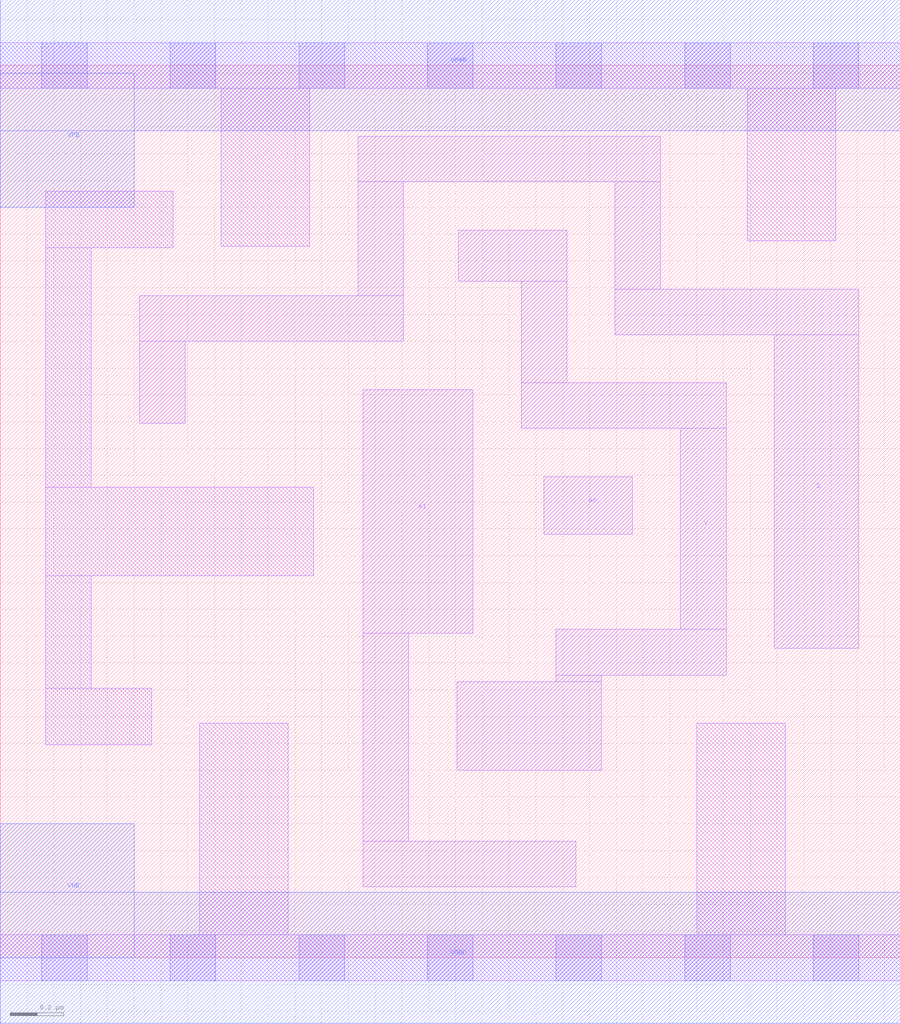
<source format=lef>
# Copyright 2020 The SkyWater PDK Authors
#
# Licensed under the Apache License, Version 2.0 (the "License");
# you may not use this file except in compliance with the License.
# You may obtain a copy of the License at
#
#     https://www.apache.org/licenses/LICENSE-2.0
#
# Unless required by applicable law or agreed to in writing, software
# distributed under the License is distributed on an "AS IS" BASIS,
# WITHOUT WARRANTIES OR CONDITIONS OF ANY KIND, either express or implied.
# See the License for the specific language governing permissions and
# limitations under the License.
#
# SPDX-License-Identifier: Apache-2.0

VERSION 5.5 ;
NAMESCASESENSITIVE ON ;
BUSBITCHARS "[]" ;
DIVIDERCHAR "/" ;
MACRO sky130_fd_sc_lp__mux2i_m
  CLASS CORE ;
  SOURCE USER ;
  ORIGIN  0.000000  0.000000 ;
  SIZE  3.360000 BY  3.330000 ;
  SYMMETRY X Y R90 ;
  SITE unit ;
  PIN A0
    ANTENNAGATEAREA  0.126000 ;
    DIRECTION INPUT ;
    USE SIGNAL ;
    PORT
      LAYER li1 ;
        RECT 2.030000 1.580000 2.360000 1.795000 ;
    END
  END A0
  PIN A1
    ANTENNAGATEAREA  0.126000 ;
    DIRECTION INPUT ;
    USE SIGNAL ;
    PORT
      LAYER li1 ;
        RECT 1.355000 0.265000 2.150000 0.435000 ;
        RECT 1.355000 0.435000 1.525000 1.210000 ;
        RECT 1.355000 1.210000 1.765000 2.120000 ;
    END
  END A1
  PIN S
    ANTENNAGATEAREA  0.252000 ;
    DIRECTION INPUT ;
    USE SIGNAL ;
    PORT
      LAYER li1 ;
        RECT 0.520000 1.995000 0.690000 2.300000 ;
        RECT 0.520000 2.300000 1.505000 2.470000 ;
        RECT 1.335000 2.470000 1.505000 2.895000 ;
        RECT 1.335000 2.895000 2.465000 3.065000 ;
        RECT 2.295000 2.325000 3.205000 2.495000 ;
        RECT 2.295000 2.495000 2.465000 2.895000 ;
        RECT 2.890000 1.155000 3.205000 2.325000 ;
    END
  END S
  PIN Y
    ANTENNADIFFAREA  0.331800 ;
    DIRECTION OUTPUT ;
    USE SIGNAL ;
    PORT
      LAYER li1 ;
        RECT 1.705000 0.700000 2.245000 1.030000 ;
        RECT 1.710000 2.525000 2.115000 2.715000 ;
        RECT 1.945000 1.975000 2.710000 2.145000 ;
        RECT 1.945000 2.145000 2.115000 2.525000 ;
        RECT 2.075000 1.030000 2.245000 1.055000 ;
        RECT 2.075000 1.055000 2.710000 1.225000 ;
        RECT 2.540000 1.225000 2.710000 1.975000 ;
    END
  END Y
  PIN VGND
    DIRECTION INOUT ;
    USE GROUND ;
    PORT
      LAYER met1 ;
        RECT 0.000000 -0.245000 3.360000 0.245000 ;
    END
  END VGND
  PIN VNB
    DIRECTION INOUT ;
    USE GROUND ;
    PORT
      LAYER met1 ;
        RECT 0.000000 0.000000 0.500000 0.500000 ;
    END
  END VNB
  PIN VPB
    DIRECTION INOUT ;
    USE POWER ;
    PORT
      LAYER met1 ;
        RECT 0.000000 2.800000 0.500000 3.300000 ;
    END
  END VPB
  PIN VPWR
    DIRECTION INOUT ;
    USE POWER ;
    PORT
      LAYER met1 ;
        RECT 0.000000 3.085000 3.360000 3.575000 ;
    END
  END VPWR
  OBS
    LAYER li1 ;
      RECT 0.000000 -0.085000 3.360000 0.085000 ;
      RECT 0.000000  3.245000 3.360000 3.415000 ;
      RECT 0.170000  0.795000 0.565000 1.005000 ;
      RECT 0.170000  1.005000 0.340000 1.425000 ;
      RECT 0.170000  1.425000 1.170000 1.755000 ;
      RECT 0.170000  1.755000 0.340000 2.650000 ;
      RECT 0.170000  2.650000 0.645000 2.860000 ;
      RECT 0.745000  0.085000 1.075000 0.875000 ;
      RECT 0.825000  2.655000 1.155000 3.245000 ;
      RECT 2.600000  0.085000 2.930000 0.875000 ;
      RECT 2.790000  2.675000 3.120000 3.245000 ;
    LAYER mcon ;
      RECT 0.155000 -0.085000 0.325000 0.085000 ;
      RECT 0.155000  3.245000 0.325000 3.415000 ;
      RECT 0.635000 -0.085000 0.805000 0.085000 ;
      RECT 0.635000  3.245000 0.805000 3.415000 ;
      RECT 1.115000 -0.085000 1.285000 0.085000 ;
      RECT 1.115000  3.245000 1.285000 3.415000 ;
      RECT 1.595000 -0.085000 1.765000 0.085000 ;
      RECT 1.595000  3.245000 1.765000 3.415000 ;
      RECT 2.075000 -0.085000 2.245000 0.085000 ;
      RECT 2.075000  3.245000 2.245000 3.415000 ;
      RECT 2.555000 -0.085000 2.725000 0.085000 ;
      RECT 2.555000  3.245000 2.725000 3.415000 ;
      RECT 3.035000 -0.085000 3.205000 0.085000 ;
      RECT 3.035000  3.245000 3.205000 3.415000 ;
  END
END sky130_fd_sc_lp__mux2i_m

</source>
